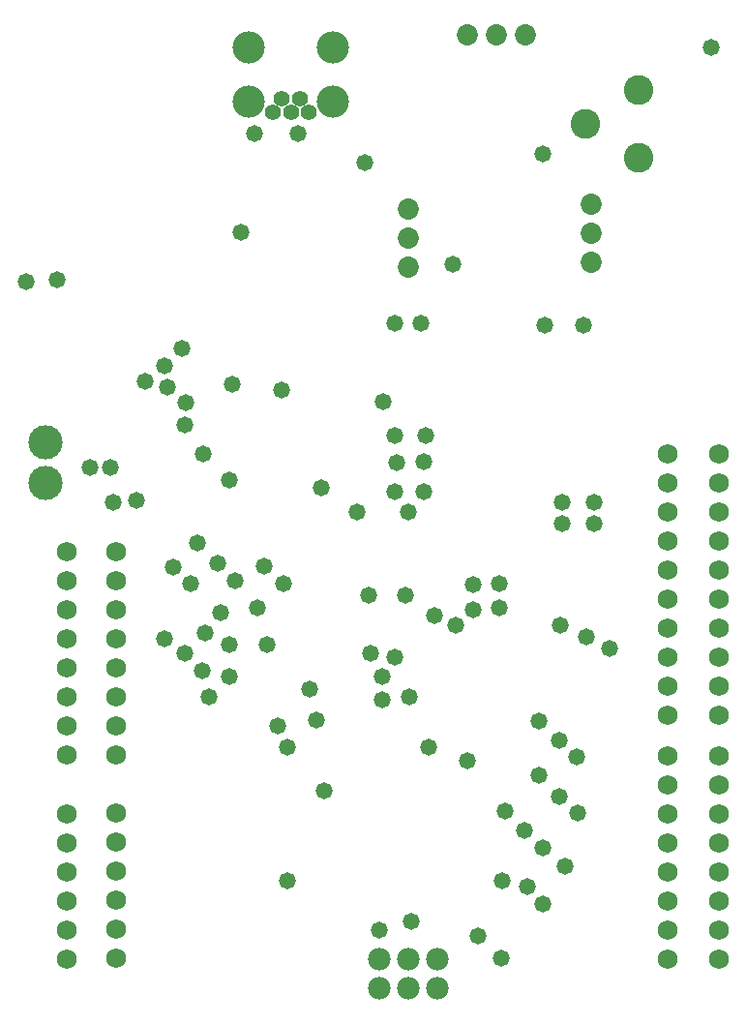
<source format=gbs>
G04*
G04 #@! TF.GenerationSoftware,Altium Limited,Altium Designer,19.1.7 (138)*
G04*
G04 Layer_Color=16711935*
%FSLAX25Y25*%
%MOIN*%
G70*
G01*
G75*
%ADD44C,0.06800*%
%ADD45C,0.07296*%
%ADD46C,0.07800*%
%ADD47C,0.11800*%
%ADD48C,0.10249*%
%ADD49C,0.11099*%
%ADD50O,0.11099X0.11099*%
%ADD51C,0.05556*%
%ADD52C,0.05800*%
D44*
X281000Y193500D02*
D03*
Y183500D02*
D03*
Y173500D02*
D03*
Y163500D02*
D03*
Y153500D02*
D03*
Y143500D02*
D03*
Y133500D02*
D03*
Y123500D02*
D03*
Y113500D02*
D03*
Y103500D02*
D03*
X263500D02*
D03*
Y113500D02*
D03*
Y123500D02*
D03*
Y133500D02*
D03*
Y143500D02*
D03*
Y153500D02*
D03*
Y163500D02*
D03*
Y173500D02*
D03*
Y183500D02*
D03*
Y193500D02*
D03*
X56500Y69500D02*
D03*
Y59500D02*
D03*
Y49500D02*
D03*
Y39500D02*
D03*
Y29500D02*
D03*
Y19500D02*
D03*
Y160000D02*
D03*
Y150000D02*
D03*
Y140000D02*
D03*
Y130000D02*
D03*
Y120000D02*
D03*
Y110000D02*
D03*
Y100000D02*
D03*
Y90000D02*
D03*
X73500D02*
D03*
Y100000D02*
D03*
Y110000D02*
D03*
Y120000D02*
D03*
Y130000D02*
D03*
Y140000D02*
D03*
Y150000D02*
D03*
Y160000D02*
D03*
X263500Y89500D02*
D03*
Y79500D02*
D03*
Y69500D02*
D03*
Y59500D02*
D03*
Y49500D02*
D03*
Y39500D02*
D03*
Y29500D02*
D03*
Y19500D02*
D03*
X73500Y70000D02*
D03*
Y60000D02*
D03*
Y50000D02*
D03*
Y40000D02*
D03*
Y30000D02*
D03*
Y20000D02*
D03*
X281000Y89500D02*
D03*
Y79500D02*
D03*
Y69500D02*
D03*
Y59500D02*
D03*
Y49500D02*
D03*
Y39500D02*
D03*
Y29500D02*
D03*
Y19500D02*
D03*
D45*
X174000Y278000D02*
D03*
Y268000D02*
D03*
Y258000D02*
D03*
X237000Y259500D02*
D03*
Y269500D02*
D03*
Y279500D02*
D03*
X214500Y338000D02*
D03*
X204500D02*
D03*
X194500D02*
D03*
D46*
X184000Y19500D02*
D03*
Y9500D02*
D03*
X174000Y19500D02*
D03*
Y9500D02*
D03*
X164000Y19500D02*
D03*
Y9500D02*
D03*
D47*
X49000Y197500D02*
D03*
Y183500D02*
D03*
D48*
X234996Y307220D02*
D03*
X253500Y319000D02*
D03*
Y295500D02*
D03*
D49*
X119083Y333520D02*
D03*
D50*
Y314819D02*
D03*
X148217D02*
D03*
Y333520D02*
D03*
D51*
X130500Y316000D02*
D03*
X136799D02*
D03*
X127350Y311276D02*
D03*
X133650D02*
D03*
X139949D02*
D03*
D52*
X165500Y211500D02*
D03*
X130500Y215500D02*
D03*
X206000Y20000D02*
D03*
X220500Y38500D02*
D03*
X215000Y44500D02*
D03*
X198000Y27500D02*
D03*
X228000Y51500D02*
D03*
X220500Y58000D02*
D03*
X214000Y64000D02*
D03*
X226000Y75500D02*
D03*
X219000Y83000D02*
D03*
Y101500D02*
D03*
X226500Y134375D02*
D03*
X232250Y89250D02*
D03*
X232500Y70000D02*
D03*
X226000Y95000D02*
D03*
X175000Y32500D02*
D03*
X243500Y126500D02*
D03*
X235400Y130400D02*
D03*
X164000Y29500D02*
D03*
X161000Y125000D02*
D03*
X160500Y145000D02*
D03*
X196500Y148500D02*
D03*
Y140000D02*
D03*
X183000Y138000D02*
D03*
X169500Y123500D02*
D03*
X205500Y140500D02*
D03*
Y149000D02*
D03*
X190500Y134500D02*
D03*
X227000Y169500D02*
D03*
Y177000D02*
D03*
X238000D02*
D03*
Y169500D02*
D03*
X104000Y132000D02*
D03*
X112500Y128000D02*
D03*
X131000Y149000D02*
D03*
X122000Y140500D02*
D03*
X93000Y154500D02*
D03*
X99000Y149000D02*
D03*
X109500Y139000D02*
D03*
X179500Y191000D02*
D03*
X170000Y190500D02*
D03*
X180000Y200000D02*
D03*
X169500D02*
D03*
X156500Y173500D02*
D03*
X144000Y182000D02*
D03*
X179500Y180500D02*
D03*
X169500D02*
D03*
X108500Y156000D02*
D03*
X174000Y173500D02*
D03*
X132500Y92500D02*
D03*
X234500Y238000D02*
D03*
X221000D02*
D03*
X178500Y238500D02*
D03*
X169500D02*
D03*
X142500Y102000D02*
D03*
X129000Y100000D02*
D03*
X124500Y155000D02*
D03*
X97000Y125000D02*
D03*
X174500Y110000D02*
D03*
X165000Y109000D02*
D03*
X194500Y88000D02*
D03*
X207500Y70500D02*
D03*
X101500Y163000D02*
D03*
X114500Y150000D02*
D03*
X90000Y130000D02*
D03*
X105500Y110000D02*
D03*
X103000Y119000D02*
D03*
X112500Y117000D02*
D03*
X140000Y112500D02*
D03*
X181000Y92500D02*
D03*
X145000Y77500D02*
D03*
X72500Y177000D02*
D03*
X64500Y189000D02*
D03*
X125500Y128000D02*
D03*
X80500Y177500D02*
D03*
X71500Y189000D02*
D03*
X165000Y117000D02*
D03*
X173000Y145000D02*
D03*
X42500Y253000D02*
D03*
X53000Y253500D02*
D03*
X113500Y217500D02*
D03*
X112500Y184500D02*
D03*
X103500Y193500D02*
D03*
X90000Y224000D02*
D03*
X83500Y218500D02*
D03*
X97543Y211043D02*
D03*
X136000Y304000D02*
D03*
X121000D02*
D03*
X91000Y216500D02*
D03*
X97000Y203500D02*
D03*
X206500Y46500D02*
D03*
X132500D02*
D03*
X96000Y230000D02*
D03*
X116500Y270000D02*
D03*
X189500Y259000D02*
D03*
X220500Y297000D02*
D03*
X159000Y294000D02*
D03*
X278500Y333500D02*
D03*
M02*

</source>
